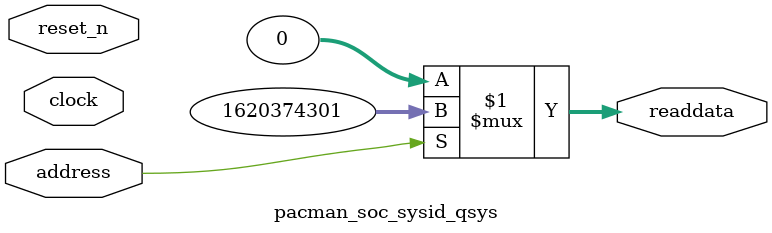
<source format=v>



// synthesis translate_off
`timescale 1ns / 1ps
// synthesis translate_on

// turn off superfluous verilog processor warnings 
// altera message_level Level1 
// altera message_off 10034 10035 10036 10037 10230 10240 10030 

module pacman_soc_sysid_qsys (
               // inputs:
                address,
                clock,
                reset_n,

               // outputs:
                readdata
             )
;

  output  [ 31: 0] readdata;
  input            address;
  input            clock;
  input            reset_n;

  wire    [ 31: 0] readdata;
  //control_slave, which is an e_avalon_slave
  assign readdata = address ? 1620374301 : 0;

endmodule



</source>
